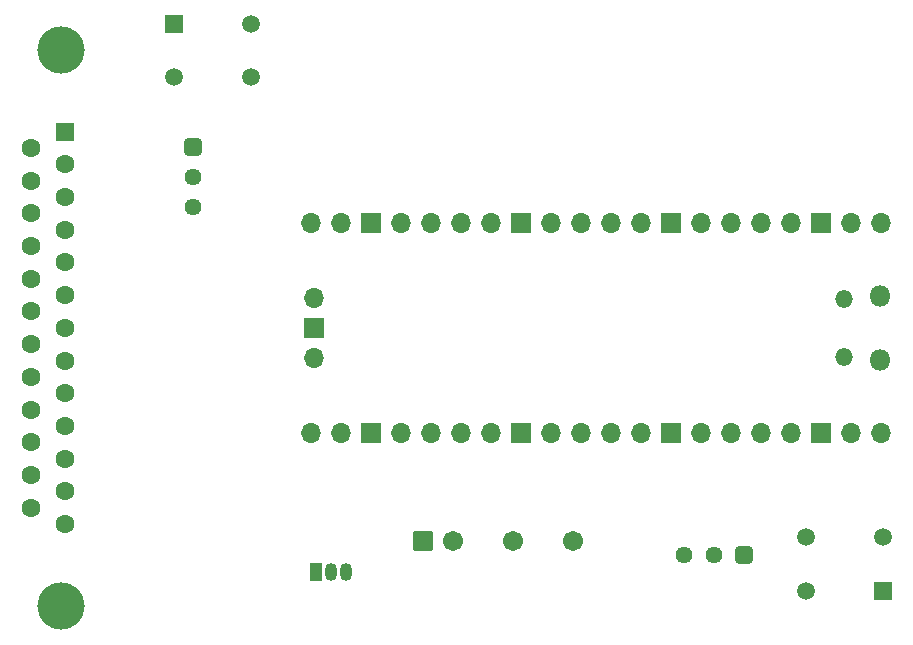
<source format=gbr>
%TF.GenerationSoftware,KiCad,Pcbnew,8.0.4*%
%TF.CreationDate,2024-09-29T14:35:45-05:00*%
%TF.ProjectId,KiCad-Pi-Pico,4b694361-642d-4506-992d-5069636f2e6b,1.0*%
%TF.SameCoordinates,Original*%
%TF.FileFunction,Soldermask,Bot*%
%TF.FilePolarity,Negative*%
%FSLAX46Y46*%
G04 Gerber Fmt 4.6, Leading zero omitted, Abs format (unit mm)*
G04 Created by KiCad (PCBNEW 8.0.4) date 2024-09-29 14:35:45*
%MOMM*%
%LPD*%
G01*
G04 APERTURE LIST*
G04 Aperture macros list*
%AMRoundRect*
0 Rectangle with rounded corners*
0 $1 Rounding radius*
0 $2 $3 $4 $5 $6 $7 $8 $9 X,Y pos of 4 corners*
0 Add a 4 corners polygon primitive as box body*
4,1,4,$2,$3,$4,$5,$6,$7,$8,$9,$2,$3,0*
0 Add four circle primitives for the rounded corners*
1,1,$1+$1,$2,$3*
1,1,$1+$1,$4,$5*
1,1,$1+$1,$6,$7*
1,1,$1+$1,$8,$9*
0 Add four rect primitives between the rounded corners*
20,1,$1+$1,$2,$3,$4,$5,0*
20,1,$1+$1,$4,$5,$6,$7,0*
20,1,$1+$1,$6,$7,$8,$9,0*
20,1,$1+$1,$8,$9,$2,$3,0*%
G04 Aperture macros list end*
%ADD10RoundRect,0.102000X-0.750000X-0.750000X0.750000X-0.750000X0.750000X0.750000X-0.750000X0.750000X0*%
%ADD11C,1.704000*%
%ADD12C,4.000000*%
%ADD13R,1.600000X1.600000*%
%ADD14C,1.600000*%
%ADD15O,1.800000X1.800000*%
%ADD16O,1.500000X1.500000*%
%ADD17O,1.700000X1.700000*%
%ADD18R,1.700000X1.700000*%
%ADD19RoundRect,0.250000X-0.470000X0.470000X-0.470000X-0.470000X0.470000X-0.470000X0.470000X0.470000X0*%
%ADD20C,1.440000*%
%ADD21R,1.016000X1.524000*%
%ADD22O,1.016000X1.524000*%
%ADD23R,1.498600X1.498600*%
%ADD24C,1.498600*%
%ADD25RoundRect,0.250000X-0.470000X-0.470000X0.470000X-0.470000X0.470000X0.470000X-0.470000X0.470000X0*%
G04 APERTURE END LIST*
D10*
%TO.C,U4*%
X135312500Y-118080000D03*
D11*
X137852500Y-118080000D03*
X142932500Y-118080000D03*
X148012500Y-118080000D03*
%TD*%
D12*
%TO.C,J1*%
X104705331Y-76445000D03*
X104705331Y-123545000D03*
D13*
X105005331Y-83375000D03*
D14*
X105005331Y-86145000D03*
X105005331Y-88915000D03*
X105005331Y-91685000D03*
X105005331Y-94455000D03*
X105005331Y-97225000D03*
X105005331Y-99995000D03*
X105005331Y-102765000D03*
X105005331Y-105535000D03*
X105005331Y-108305000D03*
X105005331Y-111075000D03*
X105005331Y-113845000D03*
X105005331Y-116615000D03*
X102165331Y-84760000D03*
X102165331Y-87530000D03*
X102165331Y-90300000D03*
X102165331Y-93070000D03*
X102165331Y-95840000D03*
X102165331Y-98610000D03*
X102165331Y-101380000D03*
X102165331Y-104150000D03*
X102165331Y-106920000D03*
X102165331Y-109690000D03*
X102165331Y-112460000D03*
X102165331Y-115230000D03*
%TD*%
D15*
%TO.C,U1*%
X174000000Y-97275000D03*
D16*
X170970000Y-97575000D03*
X170970000Y-102425000D03*
D15*
X174000000Y-102725000D03*
D17*
X174130000Y-91110000D03*
X171590000Y-91110000D03*
D18*
X169050000Y-91110000D03*
D17*
X166510000Y-91110000D03*
X163970000Y-91110000D03*
X161430000Y-91110000D03*
X158890000Y-91110000D03*
D18*
X156350000Y-91110000D03*
D17*
X153810000Y-91110000D03*
X151270000Y-91110000D03*
X148730000Y-91110000D03*
X146190000Y-91110000D03*
D18*
X143650000Y-91110000D03*
D17*
X141110000Y-91110000D03*
X138570000Y-91110000D03*
X136030000Y-91110000D03*
X133490000Y-91110000D03*
D18*
X130950000Y-91110000D03*
D17*
X128410000Y-91110000D03*
X125870000Y-91110000D03*
X125870000Y-108890000D03*
X128410000Y-108890000D03*
D18*
X130950000Y-108890000D03*
D17*
X133490000Y-108890000D03*
X136030000Y-108890000D03*
X138570000Y-108890000D03*
X141110000Y-108890000D03*
D18*
X143650000Y-108890000D03*
D17*
X146190000Y-108890000D03*
X148730000Y-108890000D03*
X151270000Y-108890000D03*
X153810000Y-108890000D03*
D18*
X156350000Y-108890000D03*
D17*
X158890000Y-108890000D03*
X161430000Y-108890000D03*
X163970000Y-108890000D03*
X166510000Y-108890000D03*
D18*
X169050000Y-108890000D03*
D17*
X171590000Y-108890000D03*
X174130000Y-108890000D03*
X126100000Y-97460000D03*
D18*
X126100000Y-100000000D03*
D17*
X126100000Y-102540000D03*
%TD*%
D19*
%TO.C,RV1*%
X162540000Y-119250000D03*
D20*
X160000000Y-119250000D03*
X157460000Y-119250000D03*
%TD*%
D21*
%TO.C,U5*%
X126260000Y-120635000D03*
D22*
X127530000Y-120635000D03*
X128800000Y-120635000D03*
%TD*%
D23*
%TO.C,SW1*%
X174250001Y-122239401D03*
D24*
X167750000Y-122239401D03*
X174250001Y-117739400D03*
X167750000Y-117739400D03*
%TD*%
D25*
%TO.C,RV2*%
X115852500Y-84710000D03*
D20*
X115852500Y-87250000D03*
X115852500Y-89790000D03*
%TD*%
D23*
%TO.C,SW2*%
X114249999Y-74260599D03*
D24*
X120750000Y-74260599D03*
X114249999Y-78760600D03*
X120750000Y-78760600D03*
%TD*%
M02*

</source>
